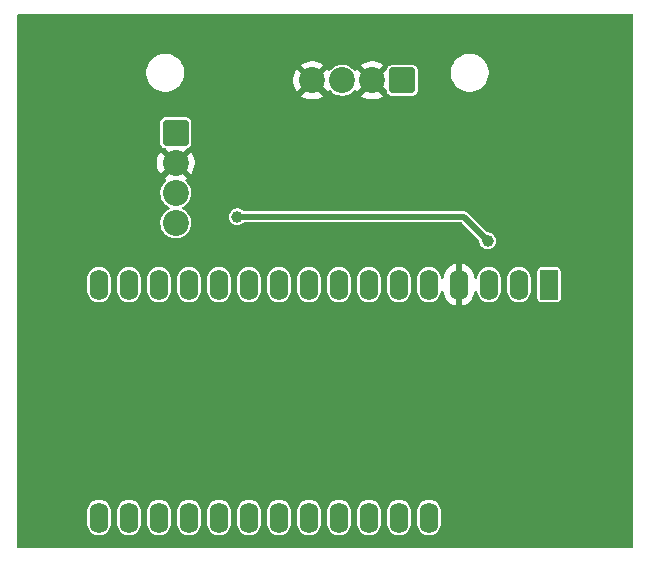
<source format=gbr>
%TF.GenerationSoftware,KiCad,Pcbnew,9.0.3*%
%TF.CreationDate,2025-08-27T20:39:39-07:00*%
%TF.ProjectId,ADC_and_voltage_boost,4144435f-616e-4645-9f76-6f6c74616765,v2.0*%
%TF.SameCoordinates,Original*%
%TF.FileFunction,Copper,L2,Bot*%
%TF.FilePolarity,Positive*%
%FSLAX46Y46*%
G04 Gerber Fmt 4.6, Leading zero omitted, Abs format (unit mm)*
G04 Created by KiCad (PCBNEW 9.0.3) date 2025-08-27 20:39:39*
%MOMM*%
%LPD*%
G01*
G04 APERTURE LIST*
G04 Aperture macros list*
%AMRoundRect*
0 Rectangle with rounded corners*
0 $1 Rounding radius*
0 $2 $3 $4 $5 $6 $7 $8 $9 X,Y pos of 4 corners*
0 Add a 4 corners polygon primitive as box body*
4,1,4,$2,$3,$4,$5,$6,$7,$8,$9,$2,$3,0*
0 Add four circle primitives for the rounded corners*
1,1,$1+$1,$2,$3*
1,1,$1+$1,$4,$5*
1,1,$1+$1,$6,$7*
1,1,$1+$1,$8,$9*
0 Add four rect primitives between the rounded corners*
20,1,$1+$1,$2,$3,$4,$5,0*
20,1,$1+$1,$4,$5,$6,$7,0*
20,1,$1+$1,$6,$7,$8,$9,0*
20,1,$1+$1,$8,$9,$2,$3,0*%
G04 Aperture macros list end*
%TA.AperFunction,ComponentPad*%
%ADD10RoundRect,0.250000X-0.550000X1.050000X-0.550000X-1.050000X0.550000X-1.050000X0.550000X1.050000X0*%
%TD*%
%TA.AperFunction,ComponentPad*%
%ADD11O,1.600000X2.600000*%
%TD*%
%TA.AperFunction,ComponentPad*%
%ADD12RoundRect,0.249999X0.850001X0.850001X-0.850001X0.850001X-0.850001X-0.850001X0.850001X-0.850001X0*%
%TD*%
%TA.AperFunction,ComponentPad*%
%ADD13C,2.200000*%
%TD*%
%TA.AperFunction,ComponentPad*%
%ADD14RoundRect,0.249999X-0.850001X0.850001X-0.850001X-0.850001X0.850001X-0.850001X0.850001X0.850001X0*%
%TD*%
%TA.AperFunction,ViaPad*%
%ADD15C,1.000000*%
%TD*%
%TA.AperFunction,Conductor*%
%ADD16C,0.500000*%
%TD*%
%TA.AperFunction,Conductor*%
%ADD17C,0.200000*%
%TD*%
G04 APERTURE END LIST*
D10*
%TO.P,A1,1,~{RESET}*%
%TO.N,unconnected-(A1-~{RESET}-Pad1)*%
X168000000Y-104800000D03*
D11*
%TO.P,A1,2,3V3*%
%TO.N,+BATT*%
X165460000Y-104800000D03*
%TO.P,A1,3,NC*%
%TO.N,unconnected-(A1-NC-Pad3)*%
X162920000Y-104800000D03*
%TO.P,A1,4,GND*%
%TO.N,GND*%
X160380000Y-104800000D03*
%TO.P,A1,5,DAC2/A0*%
%TO.N,/SSTRB*%
X157840000Y-104800000D03*
%TO.P,A1,6,DAC1/A1*%
%TO.N,/~{CS}*%
X155300000Y-104800000D03*
%TO.P,A1,7,I34/A2*%
%TO.N,unconnected-(A1-I34{slash}A2-Pad7)*%
X152760000Y-104800000D03*
%TO.P,A1,8,I39/A3*%
%TO.N,unconnected-(A1-I39{slash}A3-Pad8)*%
X150220000Y-104800000D03*
%TO.P,A1,9,IO36/A4*%
%TO.N,unconnected-(A1-IO36{slash}A4-Pad9)*%
X147680000Y-104800000D03*
%TO.P,A1,10,IO4/A5*%
%TO.N,unconnected-(A1-IO4{slash}A5-Pad10)*%
X145140000Y-104800000D03*
%TO.P,A1,11,SCK/IO5*%
%TO.N,/SCK*%
X142600000Y-104800000D03*
%TO.P,A1,12,MOSI/IO18*%
%TO.N,/MOSI*%
X140060000Y-104800000D03*
%TO.P,A1,13,MISO/IO19*%
%TO.N,/MISO*%
X137520000Y-104800000D03*
%TO.P,A1,14,RX/IO16*%
%TO.N,unconnected-(A1-RX{slash}IO16-Pad14)*%
X134980000Y-104800000D03*
%TO.P,A1,15,TX/IO17*%
%TO.N,unconnected-(A1-TX{slash}IO17-Pad15)*%
X132440000Y-104800000D03*
%TO.P,A1,16,IO21*%
%TO.N,unconnected-(A1-IO21-Pad16)*%
X129900000Y-104800000D03*
%TO.P,A1,17,SDA/IO23*%
%TO.N,unconnected-(A1-SDA{slash}IO23-Pad17)*%
X129900000Y-124520000D03*
%TO.P,A1,18,SCL/IO22*%
%TO.N,unconnected-(A1-SCL{slash}IO22-Pad18)*%
X132440000Y-124520000D03*
%TO.P,A1,19,A6/IO14*%
%TO.N,Net-(A1-A6{slash}IO14)*%
X134980000Y-124520000D03*
%TO.P,A1,20,A7/IO32*%
%TO.N,unconnected-(A1-A7{slash}IO32-Pad20)*%
X137520000Y-124520000D03*
%TO.P,A1,21,A8/IO15*%
%TO.N,unconnected-(A1-A8{slash}IO15-Pad21)*%
X140060000Y-124520000D03*
%TO.P,A1,22,A9/IO33*%
%TO.N,unconnected-(A1-A9{slash}IO33-Pad22)*%
X142600000Y-124520000D03*
%TO.P,A1,23,A10/IO27*%
%TO.N,unconnected-(A1-A10{slash}IO27-Pad23)*%
X145140000Y-124520000D03*
%TO.P,A1,24,A11/IO12*%
%TO.N,unconnected-(A1-A11{slash}IO12-Pad24)*%
X147680000Y-124520000D03*
%TO.P,A1,25,A12/IO13*%
%TO.N,unconnected-(A1-A12{slash}IO13-Pad25)*%
X150220000Y-124520000D03*
%TO.P,A1,26,USB*%
%TO.N,unconnected-(A1-USB-Pad26)*%
X152760000Y-124520000D03*
%TO.P,A1,27,EN*%
%TO.N,unconnected-(A1-EN-Pad27)*%
X155300000Y-124520000D03*
%TO.P,A1,28,VBAT*%
%TO.N,Net-(A1-A6{slash}IO14)*%
X157840000Y-124520000D03*
%TD*%
D12*
%TO.P,J2,1,Pin_1*%
%TO.N,Net-(J2-Pin_1)*%
X155579000Y-87507000D03*
D13*
%TO.P,J2,2,Pin_2*%
%TO.N,GND*%
X153039000Y-87507000D03*
%TO.P,J2,3,Pin_3*%
%TO.N,Net-(J2-Pin_3)*%
X150499000Y-87507000D03*
%TO.P,J2,4,Pin_4*%
%TO.N,GND*%
X147959000Y-87507000D03*
%TD*%
D14*
%TO.P,J1,1,Pin_1*%
%TO.N,+BATT*%
X136398000Y-91948000D03*
D13*
%TO.P,J1,2,Pin_2*%
%TO.N,GND*%
X136398000Y-94488000D03*
%TO.P,J1,3,Pin_3*%
%TO.N,+5V*%
X136398000Y-97028000D03*
%TO.P,J1,4,Pin_4*%
%TO.N,+BATT*%
X136398000Y-99568000D03*
%TD*%
D15*
%TO.N,+BATT*%
X141605000Y-99060000D03*
X162814000Y-101092000D03*
%TO.N,GND*%
X137922000Y-89154000D03*
X155067000Y-90043000D03*
%TD*%
D16*
%TO.N,+BATT*%
X160782000Y-99060000D02*
X141605000Y-99060000D01*
X162814000Y-101092000D02*
X160782000Y-99060000D01*
D17*
%TO.N,GND*%
X152146000Y-93980000D02*
X152911469Y-93980000D01*
X151892000Y-93980000D02*
X152146000Y-93980000D01*
%TD*%
%TA.AperFunction,Conductor*%
%TO.N,GND*%
G36*
X175083539Y-81927185D02*
G01*
X175129294Y-81979989D01*
X175140500Y-82031500D01*
X175140500Y-127010500D01*
X175120815Y-127077539D01*
X175068011Y-127123294D01*
X175016500Y-127134500D01*
X123052500Y-127134500D01*
X122985461Y-127114815D01*
X122939706Y-127062011D01*
X122928500Y-127010500D01*
X122928500Y-125118543D01*
X128899499Y-125118543D01*
X128937947Y-125311829D01*
X128937950Y-125311839D01*
X129013364Y-125493907D01*
X129013371Y-125493920D01*
X129122860Y-125657781D01*
X129122863Y-125657785D01*
X129262214Y-125797136D01*
X129262218Y-125797139D01*
X129426079Y-125906628D01*
X129426092Y-125906635D01*
X129608160Y-125982049D01*
X129608165Y-125982051D01*
X129608169Y-125982051D01*
X129608170Y-125982052D01*
X129801456Y-126020500D01*
X129801459Y-126020500D01*
X129998543Y-126020500D01*
X130128582Y-125994632D01*
X130191835Y-125982051D01*
X130373914Y-125906632D01*
X130537782Y-125797139D01*
X130677139Y-125657782D01*
X130786632Y-125493914D01*
X130862051Y-125311835D01*
X130900500Y-125118543D01*
X131439499Y-125118543D01*
X131477947Y-125311829D01*
X131477950Y-125311839D01*
X131553364Y-125493907D01*
X131553371Y-125493920D01*
X131662860Y-125657781D01*
X131662863Y-125657785D01*
X131802214Y-125797136D01*
X131802218Y-125797139D01*
X131966079Y-125906628D01*
X131966092Y-125906635D01*
X132148160Y-125982049D01*
X132148165Y-125982051D01*
X132148169Y-125982051D01*
X132148170Y-125982052D01*
X132341456Y-126020500D01*
X132341459Y-126020500D01*
X132538543Y-126020500D01*
X132668582Y-125994632D01*
X132731835Y-125982051D01*
X132913914Y-125906632D01*
X133077782Y-125797139D01*
X133217139Y-125657782D01*
X133326632Y-125493914D01*
X133402051Y-125311835D01*
X133440500Y-125118543D01*
X133979499Y-125118543D01*
X134017947Y-125311829D01*
X134017950Y-125311839D01*
X134093364Y-125493907D01*
X134093371Y-125493920D01*
X134202860Y-125657781D01*
X134202863Y-125657785D01*
X134342214Y-125797136D01*
X134342218Y-125797139D01*
X134506079Y-125906628D01*
X134506092Y-125906635D01*
X134688160Y-125982049D01*
X134688165Y-125982051D01*
X134688169Y-125982051D01*
X134688170Y-125982052D01*
X134881456Y-126020500D01*
X134881459Y-126020500D01*
X135078543Y-126020500D01*
X135208582Y-125994632D01*
X135271835Y-125982051D01*
X135453914Y-125906632D01*
X135617782Y-125797139D01*
X135757139Y-125657782D01*
X135866632Y-125493914D01*
X135942051Y-125311835D01*
X135980500Y-125118543D01*
X136519499Y-125118543D01*
X136557947Y-125311829D01*
X136557950Y-125311839D01*
X136633364Y-125493907D01*
X136633371Y-125493920D01*
X136742860Y-125657781D01*
X136742863Y-125657785D01*
X136882214Y-125797136D01*
X136882218Y-125797139D01*
X137046079Y-125906628D01*
X137046092Y-125906635D01*
X137228160Y-125982049D01*
X137228165Y-125982051D01*
X137228169Y-125982051D01*
X137228170Y-125982052D01*
X137421456Y-126020500D01*
X137421459Y-126020500D01*
X137618543Y-126020500D01*
X137748582Y-125994632D01*
X137811835Y-125982051D01*
X137993914Y-125906632D01*
X138157782Y-125797139D01*
X138297139Y-125657782D01*
X138406632Y-125493914D01*
X138482051Y-125311835D01*
X138520500Y-125118543D01*
X139059499Y-125118543D01*
X139097947Y-125311829D01*
X139097950Y-125311839D01*
X139173364Y-125493907D01*
X139173371Y-125493920D01*
X139282860Y-125657781D01*
X139282863Y-125657785D01*
X139422214Y-125797136D01*
X139422218Y-125797139D01*
X139586079Y-125906628D01*
X139586092Y-125906635D01*
X139768160Y-125982049D01*
X139768165Y-125982051D01*
X139768169Y-125982051D01*
X139768170Y-125982052D01*
X139961456Y-126020500D01*
X139961459Y-126020500D01*
X140158543Y-126020500D01*
X140288582Y-125994632D01*
X140351835Y-125982051D01*
X140533914Y-125906632D01*
X140697782Y-125797139D01*
X140837139Y-125657782D01*
X140946632Y-125493914D01*
X141022051Y-125311835D01*
X141060500Y-125118543D01*
X141599499Y-125118543D01*
X141637947Y-125311829D01*
X141637950Y-125311839D01*
X141713364Y-125493907D01*
X141713371Y-125493920D01*
X141822860Y-125657781D01*
X141822863Y-125657785D01*
X141962214Y-125797136D01*
X141962218Y-125797139D01*
X142126079Y-125906628D01*
X142126092Y-125906635D01*
X142308160Y-125982049D01*
X142308165Y-125982051D01*
X142308169Y-125982051D01*
X142308170Y-125982052D01*
X142501456Y-126020500D01*
X142501459Y-126020500D01*
X142698543Y-126020500D01*
X142828582Y-125994632D01*
X142891835Y-125982051D01*
X143073914Y-125906632D01*
X143237782Y-125797139D01*
X143377139Y-125657782D01*
X143486632Y-125493914D01*
X143562051Y-125311835D01*
X143600500Y-125118543D01*
X144139499Y-125118543D01*
X144177947Y-125311829D01*
X144177950Y-125311839D01*
X144253364Y-125493907D01*
X144253371Y-125493920D01*
X144362860Y-125657781D01*
X144362863Y-125657785D01*
X144502214Y-125797136D01*
X144502218Y-125797139D01*
X144666079Y-125906628D01*
X144666092Y-125906635D01*
X144848160Y-125982049D01*
X144848165Y-125982051D01*
X144848169Y-125982051D01*
X144848170Y-125982052D01*
X145041456Y-126020500D01*
X145041459Y-126020500D01*
X145238543Y-126020500D01*
X145368582Y-125994632D01*
X145431835Y-125982051D01*
X145613914Y-125906632D01*
X145777782Y-125797139D01*
X145917139Y-125657782D01*
X146026632Y-125493914D01*
X146102051Y-125311835D01*
X146140500Y-125118543D01*
X146679499Y-125118543D01*
X146717947Y-125311829D01*
X146717950Y-125311839D01*
X146793364Y-125493907D01*
X146793371Y-125493920D01*
X146902860Y-125657781D01*
X146902863Y-125657785D01*
X147042214Y-125797136D01*
X147042218Y-125797139D01*
X147206079Y-125906628D01*
X147206092Y-125906635D01*
X147388160Y-125982049D01*
X147388165Y-125982051D01*
X147388169Y-125982051D01*
X147388170Y-125982052D01*
X147581456Y-126020500D01*
X147581459Y-126020500D01*
X147778543Y-126020500D01*
X147908582Y-125994632D01*
X147971835Y-125982051D01*
X148153914Y-125906632D01*
X148317782Y-125797139D01*
X148457139Y-125657782D01*
X148566632Y-125493914D01*
X148642051Y-125311835D01*
X148680500Y-125118543D01*
X149219499Y-125118543D01*
X149257947Y-125311829D01*
X149257950Y-125311839D01*
X149333364Y-125493907D01*
X149333371Y-125493920D01*
X149442860Y-125657781D01*
X149442863Y-125657785D01*
X149582214Y-125797136D01*
X149582218Y-125797139D01*
X149746079Y-125906628D01*
X149746092Y-125906635D01*
X149928160Y-125982049D01*
X149928165Y-125982051D01*
X149928169Y-125982051D01*
X149928170Y-125982052D01*
X150121456Y-126020500D01*
X150121459Y-126020500D01*
X150318543Y-126020500D01*
X150448582Y-125994632D01*
X150511835Y-125982051D01*
X150693914Y-125906632D01*
X150857782Y-125797139D01*
X150997139Y-125657782D01*
X151106632Y-125493914D01*
X151182051Y-125311835D01*
X151220500Y-125118543D01*
X151759499Y-125118543D01*
X151797947Y-125311829D01*
X151797950Y-125311839D01*
X151873364Y-125493907D01*
X151873371Y-125493920D01*
X151982860Y-125657781D01*
X151982863Y-125657785D01*
X152122214Y-125797136D01*
X152122218Y-125797139D01*
X152286079Y-125906628D01*
X152286092Y-125906635D01*
X152468160Y-125982049D01*
X152468165Y-125982051D01*
X152468169Y-125982051D01*
X152468170Y-125982052D01*
X152661456Y-126020500D01*
X152661459Y-126020500D01*
X152858543Y-126020500D01*
X152988582Y-125994632D01*
X153051835Y-125982051D01*
X153233914Y-125906632D01*
X153397782Y-125797139D01*
X153537139Y-125657782D01*
X153646632Y-125493914D01*
X153722051Y-125311835D01*
X153760500Y-125118543D01*
X154299499Y-125118543D01*
X154337947Y-125311829D01*
X154337950Y-125311839D01*
X154413364Y-125493907D01*
X154413371Y-125493920D01*
X154522860Y-125657781D01*
X154522863Y-125657785D01*
X154662214Y-125797136D01*
X154662218Y-125797139D01*
X154826079Y-125906628D01*
X154826092Y-125906635D01*
X155008160Y-125982049D01*
X155008165Y-125982051D01*
X155008169Y-125982051D01*
X155008170Y-125982052D01*
X155201456Y-126020500D01*
X155201459Y-126020500D01*
X155398543Y-126020500D01*
X155528582Y-125994632D01*
X155591835Y-125982051D01*
X155773914Y-125906632D01*
X155937782Y-125797139D01*
X156077139Y-125657782D01*
X156186632Y-125493914D01*
X156262051Y-125311835D01*
X156300500Y-125118543D01*
X156839499Y-125118543D01*
X156877947Y-125311829D01*
X156877950Y-125311839D01*
X156953364Y-125493907D01*
X156953371Y-125493920D01*
X157062860Y-125657781D01*
X157062863Y-125657785D01*
X157202214Y-125797136D01*
X157202218Y-125797139D01*
X157366079Y-125906628D01*
X157366092Y-125906635D01*
X157548160Y-125982049D01*
X157548165Y-125982051D01*
X157548169Y-125982051D01*
X157548170Y-125982052D01*
X157741456Y-126020500D01*
X157741459Y-126020500D01*
X157938543Y-126020500D01*
X158068582Y-125994632D01*
X158131835Y-125982051D01*
X158313914Y-125906632D01*
X158477782Y-125797139D01*
X158617139Y-125657782D01*
X158726632Y-125493914D01*
X158802051Y-125311835D01*
X158840500Y-125118541D01*
X158840500Y-123921459D01*
X158840500Y-123921456D01*
X158802052Y-123728170D01*
X158802051Y-123728169D01*
X158802051Y-123728165D01*
X158802049Y-123728160D01*
X158726635Y-123546092D01*
X158726628Y-123546079D01*
X158617139Y-123382218D01*
X158617136Y-123382214D01*
X158477785Y-123242863D01*
X158477781Y-123242860D01*
X158313920Y-123133371D01*
X158313907Y-123133364D01*
X158131839Y-123057950D01*
X158131829Y-123057947D01*
X157938543Y-123019500D01*
X157938541Y-123019500D01*
X157741459Y-123019500D01*
X157741457Y-123019500D01*
X157548170Y-123057947D01*
X157548160Y-123057950D01*
X157366092Y-123133364D01*
X157366079Y-123133371D01*
X157202218Y-123242860D01*
X157202214Y-123242863D01*
X157062863Y-123382214D01*
X157062860Y-123382218D01*
X156953371Y-123546079D01*
X156953364Y-123546092D01*
X156877950Y-123728160D01*
X156877947Y-123728170D01*
X156839500Y-123921456D01*
X156839500Y-123921459D01*
X156839500Y-125118541D01*
X156839500Y-125118543D01*
X156839499Y-125118543D01*
X156300500Y-125118543D01*
X156300500Y-125118541D01*
X156300500Y-123921459D01*
X156300500Y-123921456D01*
X156262052Y-123728170D01*
X156262051Y-123728169D01*
X156262051Y-123728165D01*
X156262049Y-123728160D01*
X156186635Y-123546092D01*
X156186628Y-123546079D01*
X156077139Y-123382218D01*
X156077136Y-123382214D01*
X155937785Y-123242863D01*
X155937781Y-123242860D01*
X155773920Y-123133371D01*
X155773907Y-123133364D01*
X155591839Y-123057950D01*
X155591829Y-123057947D01*
X155398543Y-123019500D01*
X155398541Y-123019500D01*
X155201459Y-123019500D01*
X155201457Y-123019500D01*
X155008170Y-123057947D01*
X155008160Y-123057950D01*
X154826092Y-123133364D01*
X154826079Y-123133371D01*
X154662218Y-123242860D01*
X154662214Y-123242863D01*
X154522863Y-123382214D01*
X154522860Y-123382218D01*
X154413371Y-123546079D01*
X154413364Y-123546092D01*
X154337950Y-123728160D01*
X154337947Y-123728170D01*
X154299500Y-123921456D01*
X154299500Y-123921459D01*
X154299500Y-125118541D01*
X154299500Y-125118543D01*
X154299499Y-125118543D01*
X153760500Y-125118543D01*
X153760500Y-125118541D01*
X153760500Y-123921459D01*
X153760500Y-123921456D01*
X153722052Y-123728170D01*
X153722051Y-123728169D01*
X153722051Y-123728165D01*
X153722049Y-123728160D01*
X153646635Y-123546092D01*
X153646628Y-123546079D01*
X153537139Y-123382218D01*
X153537136Y-123382214D01*
X153397785Y-123242863D01*
X153397781Y-123242860D01*
X153233920Y-123133371D01*
X153233907Y-123133364D01*
X153051839Y-123057950D01*
X153051829Y-123057947D01*
X152858543Y-123019500D01*
X152858541Y-123019500D01*
X152661459Y-123019500D01*
X152661457Y-123019500D01*
X152468170Y-123057947D01*
X152468160Y-123057950D01*
X152286092Y-123133364D01*
X152286079Y-123133371D01*
X152122218Y-123242860D01*
X152122214Y-123242863D01*
X151982863Y-123382214D01*
X151982860Y-123382218D01*
X151873371Y-123546079D01*
X151873364Y-123546092D01*
X151797950Y-123728160D01*
X151797947Y-123728170D01*
X151759500Y-123921456D01*
X151759500Y-123921459D01*
X151759500Y-125118541D01*
X151759500Y-125118543D01*
X151759499Y-125118543D01*
X151220500Y-125118543D01*
X151220500Y-125118541D01*
X151220500Y-123921459D01*
X151220500Y-123921456D01*
X151182052Y-123728170D01*
X151182051Y-123728169D01*
X151182051Y-123728165D01*
X151182049Y-123728160D01*
X151106635Y-123546092D01*
X151106628Y-123546079D01*
X150997139Y-123382218D01*
X150997136Y-123382214D01*
X150857785Y-123242863D01*
X150857781Y-123242860D01*
X150693920Y-123133371D01*
X150693907Y-123133364D01*
X150511839Y-123057950D01*
X150511829Y-123057947D01*
X150318543Y-123019500D01*
X150318541Y-123019500D01*
X150121459Y-123019500D01*
X150121457Y-123019500D01*
X149928170Y-123057947D01*
X149928160Y-123057950D01*
X149746092Y-123133364D01*
X149746079Y-123133371D01*
X149582218Y-123242860D01*
X149582214Y-123242863D01*
X149442863Y-123382214D01*
X149442860Y-123382218D01*
X149333371Y-123546079D01*
X149333364Y-123546092D01*
X149257950Y-123728160D01*
X149257947Y-123728170D01*
X149219500Y-123921456D01*
X149219500Y-123921459D01*
X149219500Y-125118541D01*
X149219500Y-125118543D01*
X149219499Y-125118543D01*
X148680500Y-125118543D01*
X148680500Y-125118541D01*
X148680500Y-123921459D01*
X148680500Y-123921456D01*
X148642052Y-123728170D01*
X148642051Y-123728169D01*
X148642051Y-123728165D01*
X148642049Y-123728160D01*
X148566635Y-123546092D01*
X148566628Y-123546079D01*
X148457139Y-123382218D01*
X148457136Y-123382214D01*
X148317785Y-123242863D01*
X148317781Y-123242860D01*
X148153920Y-123133371D01*
X148153907Y-123133364D01*
X147971839Y-123057950D01*
X147971829Y-123057947D01*
X147778543Y-123019500D01*
X147778541Y-123019500D01*
X147581459Y-123019500D01*
X147581457Y-123019500D01*
X147388170Y-123057947D01*
X147388160Y-123057950D01*
X147206092Y-123133364D01*
X147206079Y-123133371D01*
X147042218Y-123242860D01*
X147042214Y-123242863D01*
X146902863Y-123382214D01*
X146902860Y-123382218D01*
X146793371Y-123546079D01*
X146793364Y-123546092D01*
X146717950Y-123728160D01*
X146717947Y-123728170D01*
X146679500Y-123921456D01*
X146679500Y-123921459D01*
X146679500Y-125118541D01*
X146679500Y-125118543D01*
X146679499Y-125118543D01*
X146140500Y-125118543D01*
X146140500Y-125118541D01*
X146140500Y-123921459D01*
X146140500Y-123921456D01*
X146102052Y-123728170D01*
X146102051Y-123728169D01*
X146102051Y-123728165D01*
X146102049Y-123728160D01*
X146026635Y-123546092D01*
X146026628Y-123546079D01*
X145917139Y-123382218D01*
X145917136Y-123382214D01*
X145777785Y-123242863D01*
X145777781Y-123242860D01*
X145613920Y-123133371D01*
X145613907Y-123133364D01*
X145431839Y-123057950D01*
X145431829Y-123057947D01*
X145238543Y-123019500D01*
X145238541Y-123019500D01*
X145041459Y-123019500D01*
X145041457Y-123019500D01*
X144848170Y-123057947D01*
X144848160Y-123057950D01*
X144666092Y-123133364D01*
X144666079Y-123133371D01*
X144502218Y-123242860D01*
X144502214Y-123242863D01*
X144362863Y-123382214D01*
X144362860Y-123382218D01*
X144253371Y-123546079D01*
X144253364Y-123546092D01*
X144177950Y-123728160D01*
X144177947Y-123728170D01*
X144139500Y-123921456D01*
X144139500Y-123921459D01*
X144139500Y-125118541D01*
X144139500Y-125118543D01*
X144139499Y-125118543D01*
X143600500Y-125118543D01*
X143600500Y-125118541D01*
X143600500Y-123921459D01*
X143600500Y-123921456D01*
X143562052Y-123728170D01*
X143562051Y-123728169D01*
X143562051Y-123728165D01*
X143562049Y-123728160D01*
X143486635Y-123546092D01*
X143486628Y-123546079D01*
X143377139Y-123382218D01*
X143377136Y-123382214D01*
X143237785Y-123242863D01*
X143237781Y-123242860D01*
X143073920Y-123133371D01*
X143073907Y-123133364D01*
X142891839Y-123057950D01*
X142891829Y-123057947D01*
X142698543Y-123019500D01*
X142698541Y-123019500D01*
X142501459Y-123019500D01*
X142501457Y-123019500D01*
X142308170Y-123057947D01*
X142308160Y-123057950D01*
X142126092Y-123133364D01*
X142126079Y-123133371D01*
X141962218Y-123242860D01*
X141962214Y-123242863D01*
X141822863Y-123382214D01*
X141822860Y-123382218D01*
X141713371Y-123546079D01*
X141713364Y-123546092D01*
X141637950Y-123728160D01*
X141637947Y-123728170D01*
X141599500Y-123921456D01*
X141599500Y-123921459D01*
X141599500Y-125118541D01*
X141599500Y-125118543D01*
X141599499Y-125118543D01*
X141060500Y-125118543D01*
X141060500Y-125118541D01*
X141060500Y-123921459D01*
X141060500Y-123921456D01*
X141022052Y-123728170D01*
X141022051Y-123728169D01*
X141022051Y-123728165D01*
X141022049Y-123728160D01*
X140946635Y-123546092D01*
X140946628Y-123546079D01*
X140837139Y-123382218D01*
X140837136Y-123382214D01*
X140697785Y-123242863D01*
X140697781Y-123242860D01*
X140533920Y-123133371D01*
X140533907Y-123133364D01*
X140351839Y-123057950D01*
X140351829Y-123057947D01*
X140158543Y-123019500D01*
X140158541Y-123019500D01*
X139961459Y-123019500D01*
X139961457Y-123019500D01*
X139768170Y-123057947D01*
X139768160Y-123057950D01*
X139586092Y-123133364D01*
X139586079Y-123133371D01*
X139422218Y-123242860D01*
X139422214Y-123242863D01*
X139282863Y-123382214D01*
X139282860Y-123382218D01*
X139173371Y-123546079D01*
X139173364Y-123546092D01*
X139097950Y-123728160D01*
X139097947Y-123728170D01*
X139059500Y-123921456D01*
X139059500Y-123921459D01*
X139059500Y-125118541D01*
X139059500Y-125118543D01*
X139059499Y-125118543D01*
X138520500Y-125118543D01*
X138520500Y-125118541D01*
X138520500Y-123921459D01*
X138520500Y-123921456D01*
X138482052Y-123728170D01*
X138482051Y-123728169D01*
X138482051Y-123728165D01*
X138482049Y-123728160D01*
X138406635Y-123546092D01*
X138406628Y-123546079D01*
X138297139Y-123382218D01*
X138297136Y-123382214D01*
X138157785Y-123242863D01*
X138157781Y-123242860D01*
X137993920Y-123133371D01*
X137993907Y-123133364D01*
X137811839Y-123057950D01*
X137811829Y-123057947D01*
X137618543Y-123019500D01*
X137618541Y-123019500D01*
X137421459Y-123019500D01*
X137421457Y-123019500D01*
X137228170Y-123057947D01*
X137228160Y-123057950D01*
X137046092Y-123133364D01*
X137046079Y-123133371D01*
X136882218Y-123242860D01*
X136882214Y-123242863D01*
X136742863Y-123382214D01*
X136742860Y-123382218D01*
X136633371Y-123546079D01*
X136633364Y-123546092D01*
X136557950Y-123728160D01*
X136557947Y-123728170D01*
X136519500Y-123921456D01*
X136519500Y-123921459D01*
X136519500Y-125118541D01*
X136519500Y-125118543D01*
X136519499Y-125118543D01*
X135980500Y-125118543D01*
X135980500Y-125118541D01*
X135980500Y-123921459D01*
X135980500Y-123921456D01*
X135942052Y-123728170D01*
X135942051Y-123728169D01*
X135942051Y-123728165D01*
X135942049Y-123728160D01*
X135866635Y-123546092D01*
X135866628Y-123546079D01*
X135757139Y-123382218D01*
X135757136Y-123382214D01*
X135617785Y-123242863D01*
X135617781Y-123242860D01*
X135453920Y-123133371D01*
X135453907Y-123133364D01*
X135271839Y-123057950D01*
X135271829Y-123057947D01*
X135078543Y-123019500D01*
X135078541Y-123019500D01*
X134881459Y-123019500D01*
X134881457Y-123019500D01*
X134688170Y-123057947D01*
X134688160Y-123057950D01*
X134506092Y-123133364D01*
X134506079Y-123133371D01*
X134342218Y-123242860D01*
X134342214Y-123242863D01*
X134202863Y-123382214D01*
X134202860Y-123382218D01*
X134093371Y-123546079D01*
X134093364Y-123546092D01*
X134017950Y-123728160D01*
X134017947Y-123728170D01*
X133979500Y-123921456D01*
X133979500Y-123921459D01*
X133979500Y-125118541D01*
X133979500Y-125118543D01*
X133979499Y-125118543D01*
X133440500Y-125118543D01*
X133440500Y-125118541D01*
X133440500Y-123921459D01*
X133440500Y-123921456D01*
X133402052Y-123728170D01*
X133402051Y-123728169D01*
X133402051Y-123728165D01*
X133402049Y-123728160D01*
X133326635Y-123546092D01*
X133326628Y-123546079D01*
X133217139Y-123382218D01*
X133217136Y-123382214D01*
X133077785Y-123242863D01*
X133077781Y-123242860D01*
X132913920Y-123133371D01*
X132913907Y-123133364D01*
X132731839Y-123057950D01*
X132731829Y-123057947D01*
X132538543Y-123019500D01*
X132538541Y-123019500D01*
X132341459Y-123019500D01*
X132341457Y-123019500D01*
X132148170Y-123057947D01*
X132148160Y-123057950D01*
X131966092Y-123133364D01*
X131966079Y-123133371D01*
X131802218Y-123242860D01*
X131802214Y-123242863D01*
X131662863Y-123382214D01*
X131662860Y-123382218D01*
X131553371Y-123546079D01*
X131553364Y-123546092D01*
X131477950Y-123728160D01*
X131477947Y-123728170D01*
X131439500Y-123921456D01*
X131439500Y-123921459D01*
X131439500Y-125118541D01*
X131439500Y-125118543D01*
X131439499Y-125118543D01*
X130900500Y-125118543D01*
X130900500Y-125118541D01*
X130900500Y-123921459D01*
X130900500Y-123921456D01*
X130862052Y-123728170D01*
X130862051Y-123728169D01*
X130862051Y-123728165D01*
X130862049Y-123728160D01*
X130786635Y-123546092D01*
X130786628Y-123546079D01*
X130677139Y-123382218D01*
X130677136Y-123382214D01*
X130537785Y-123242863D01*
X130537781Y-123242860D01*
X130373920Y-123133371D01*
X130373907Y-123133364D01*
X130191839Y-123057950D01*
X130191829Y-123057947D01*
X129998543Y-123019500D01*
X129998541Y-123019500D01*
X129801459Y-123019500D01*
X129801457Y-123019500D01*
X129608170Y-123057947D01*
X129608160Y-123057950D01*
X129426092Y-123133364D01*
X129426079Y-123133371D01*
X129262218Y-123242860D01*
X129262214Y-123242863D01*
X129122863Y-123382214D01*
X129122860Y-123382218D01*
X129013371Y-123546079D01*
X129013364Y-123546092D01*
X128937950Y-123728160D01*
X128937947Y-123728170D01*
X128899500Y-123921456D01*
X128899500Y-123921459D01*
X128899500Y-125118541D01*
X128899500Y-125118543D01*
X128899499Y-125118543D01*
X122928500Y-125118543D01*
X122928500Y-105398543D01*
X128899499Y-105398543D01*
X128937947Y-105591829D01*
X128937950Y-105591839D01*
X129013364Y-105773907D01*
X129013371Y-105773920D01*
X129122860Y-105937781D01*
X129122863Y-105937785D01*
X129262214Y-106077136D01*
X129262218Y-106077139D01*
X129426079Y-106186628D01*
X129426092Y-106186635D01*
X129585814Y-106252793D01*
X129608165Y-106262051D01*
X129608169Y-106262051D01*
X129608170Y-106262052D01*
X129801456Y-106300500D01*
X129801459Y-106300500D01*
X129998543Y-106300500D01*
X130128582Y-106274632D01*
X130191835Y-106262051D01*
X130373914Y-106186632D01*
X130537782Y-106077139D01*
X130677139Y-105937782D01*
X130786632Y-105773914D01*
X130862051Y-105591835D01*
X130898034Y-105410938D01*
X130900500Y-105398543D01*
X131439499Y-105398543D01*
X131477947Y-105591829D01*
X131477950Y-105591839D01*
X131553364Y-105773907D01*
X131553371Y-105773920D01*
X131662860Y-105937781D01*
X131662863Y-105937785D01*
X131802214Y-106077136D01*
X131802218Y-106077139D01*
X131966079Y-106186628D01*
X131966092Y-106186635D01*
X132125814Y-106252793D01*
X132148165Y-106262051D01*
X132148169Y-106262051D01*
X132148170Y-106262052D01*
X132341456Y-106300500D01*
X132341459Y-106300500D01*
X132538543Y-106300500D01*
X132668582Y-106274632D01*
X132731835Y-106262051D01*
X132913914Y-106186632D01*
X133077782Y-106077139D01*
X133217139Y-105937782D01*
X133326632Y-105773914D01*
X133402051Y-105591835D01*
X133438034Y-105410938D01*
X133440500Y-105398543D01*
X133979499Y-105398543D01*
X134017947Y-105591829D01*
X134017950Y-105591839D01*
X134093364Y-105773907D01*
X134093371Y-105773920D01*
X134202860Y-105937781D01*
X134202863Y-105937785D01*
X134342214Y-106077136D01*
X134342218Y-106077139D01*
X134506079Y-106186628D01*
X134506092Y-106186635D01*
X134665814Y-106252793D01*
X134688165Y-106262051D01*
X134688169Y-106262051D01*
X134688170Y-106262052D01*
X134881456Y-106300500D01*
X134881459Y-106300500D01*
X135078543Y-106300500D01*
X135208582Y-106274632D01*
X135271835Y-106262051D01*
X135453914Y-106186632D01*
X135617782Y-106077139D01*
X135757139Y-105937782D01*
X135866632Y-105773914D01*
X135942051Y-105591835D01*
X135978034Y-105410938D01*
X135980500Y-105398543D01*
X136519499Y-105398543D01*
X136557947Y-105591829D01*
X136557950Y-105591839D01*
X136633364Y-105773907D01*
X136633371Y-105773920D01*
X136742860Y-105937781D01*
X136742863Y-105937785D01*
X136882214Y-106077136D01*
X136882218Y-106077139D01*
X137046079Y-106186628D01*
X137046092Y-106186635D01*
X137205814Y-106252793D01*
X137228165Y-106262051D01*
X137228169Y-106262051D01*
X137228170Y-106262052D01*
X137421456Y-106300500D01*
X137421459Y-106300500D01*
X137618543Y-106300500D01*
X137748582Y-106274632D01*
X137811835Y-106262051D01*
X137993914Y-106186632D01*
X138157782Y-106077139D01*
X138297139Y-105937782D01*
X138406632Y-105773914D01*
X138482051Y-105591835D01*
X138518034Y-105410938D01*
X138520500Y-105398543D01*
X139059499Y-105398543D01*
X139097947Y-105591829D01*
X139097950Y-105591839D01*
X139173364Y-105773907D01*
X139173371Y-105773920D01*
X139282860Y-105937781D01*
X139282863Y-105937785D01*
X139422214Y-106077136D01*
X139422218Y-106077139D01*
X139586079Y-106186628D01*
X139586092Y-106186635D01*
X139745814Y-106252793D01*
X139768165Y-106262051D01*
X139768169Y-106262051D01*
X139768170Y-106262052D01*
X139961456Y-106300500D01*
X139961459Y-106300500D01*
X140158543Y-106300500D01*
X140288582Y-106274632D01*
X140351835Y-106262051D01*
X140533914Y-106186632D01*
X140697782Y-106077139D01*
X140837139Y-105937782D01*
X140946632Y-105773914D01*
X141022051Y-105591835D01*
X141058034Y-105410938D01*
X141060500Y-105398543D01*
X141599499Y-105398543D01*
X141637947Y-105591829D01*
X141637950Y-105591839D01*
X141713364Y-105773907D01*
X141713371Y-105773920D01*
X141822860Y-105937781D01*
X141822863Y-105937785D01*
X141962214Y-106077136D01*
X141962218Y-106077139D01*
X142126079Y-106186628D01*
X142126092Y-106186635D01*
X142285814Y-106252793D01*
X142308165Y-106262051D01*
X142308169Y-106262051D01*
X142308170Y-106262052D01*
X142501456Y-106300500D01*
X142501459Y-106300500D01*
X142698543Y-106300500D01*
X142828582Y-106274632D01*
X142891835Y-106262051D01*
X143073914Y-106186632D01*
X143237782Y-106077139D01*
X143377139Y-105937782D01*
X143486632Y-105773914D01*
X143562051Y-105591835D01*
X143598034Y-105410938D01*
X143600500Y-105398543D01*
X144139499Y-105398543D01*
X144177947Y-105591829D01*
X144177950Y-105591839D01*
X144253364Y-105773907D01*
X144253371Y-105773920D01*
X144362860Y-105937781D01*
X144362863Y-105937785D01*
X144502214Y-106077136D01*
X144502218Y-106077139D01*
X144666079Y-106186628D01*
X144666092Y-106186635D01*
X144825814Y-106252793D01*
X144848165Y-106262051D01*
X144848169Y-106262051D01*
X144848170Y-106262052D01*
X145041456Y-106300500D01*
X145041459Y-106300500D01*
X145238543Y-106300500D01*
X145368582Y-106274632D01*
X145431835Y-106262051D01*
X145613914Y-106186632D01*
X145777782Y-106077139D01*
X145917139Y-105937782D01*
X146026632Y-105773914D01*
X146102051Y-105591835D01*
X146138034Y-105410938D01*
X146140500Y-105398543D01*
X146679499Y-105398543D01*
X146717947Y-105591829D01*
X146717950Y-105591839D01*
X146793364Y-105773907D01*
X146793371Y-105773920D01*
X146902860Y-105937781D01*
X146902863Y-105937785D01*
X147042214Y-106077136D01*
X147042218Y-106077139D01*
X147206079Y-106186628D01*
X147206092Y-106186635D01*
X147365814Y-106252793D01*
X147388165Y-106262051D01*
X147388169Y-106262051D01*
X147388170Y-106262052D01*
X147581456Y-106300500D01*
X147581459Y-106300500D01*
X147778543Y-106300500D01*
X147908582Y-106274632D01*
X147971835Y-106262051D01*
X148153914Y-106186632D01*
X148317782Y-106077139D01*
X148457139Y-105937782D01*
X148566632Y-105773914D01*
X148642051Y-105591835D01*
X148678034Y-105410938D01*
X148680500Y-105398543D01*
X149219499Y-105398543D01*
X149257947Y-105591829D01*
X149257950Y-105591839D01*
X149333364Y-105773907D01*
X149333371Y-105773920D01*
X149442860Y-105937781D01*
X149442863Y-105937785D01*
X149582214Y-106077136D01*
X149582218Y-106077139D01*
X149746079Y-106186628D01*
X149746092Y-106186635D01*
X149905814Y-106252793D01*
X149928165Y-106262051D01*
X149928169Y-106262051D01*
X149928170Y-106262052D01*
X150121456Y-106300500D01*
X150121459Y-106300500D01*
X150318543Y-106300500D01*
X150448582Y-106274632D01*
X150511835Y-106262051D01*
X150693914Y-106186632D01*
X150857782Y-106077139D01*
X150997139Y-105937782D01*
X151106632Y-105773914D01*
X151182051Y-105591835D01*
X151218034Y-105410938D01*
X151220500Y-105398543D01*
X151759499Y-105398543D01*
X151797947Y-105591829D01*
X151797950Y-105591839D01*
X151873364Y-105773907D01*
X151873371Y-105773920D01*
X151982860Y-105937781D01*
X151982863Y-105937785D01*
X152122214Y-106077136D01*
X152122218Y-106077139D01*
X152286079Y-106186628D01*
X152286092Y-106186635D01*
X152445814Y-106252793D01*
X152468165Y-106262051D01*
X152468169Y-106262051D01*
X152468170Y-106262052D01*
X152661456Y-106300500D01*
X152661459Y-106300500D01*
X152858543Y-106300500D01*
X152988582Y-106274632D01*
X153051835Y-106262051D01*
X153233914Y-106186632D01*
X153397782Y-106077139D01*
X153537139Y-105937782D01*
X153646632Y-105773914D01*
X153722051Y-105591835D01*
X153758034Y-105410938D01*
X153760500Y-105398543D01*
X154299499Y-105398543D01*
X154337947Y-105591829D01*
X154337950Y-105591839D01*
X154413364Y-105773907D01*
X154413371Y-105773920D01*
X154522860Y-105937781D01*
X154522863Y-105937785D01*
X154662214Y-106077136D01*
X154662218Y-106077139D01*
X154826079Y-106186628D01*
X154826092Y-106186635D01*
X154985814Y-106252793D01*
X155008165Y-106262051D01*
X155008169Y-106262051D01*
X155008170Y-106262052D01*
X155201456Y-106300500D01*
X155201459Y-106300500D01*
X155398543Y-106300500D01*
X155528582Y-106274632D01*
X155591835Y-106262051D01*
X155773914Y-106186632D01*
X155937782Y-106077139D01*
X156077139Y-105937782D01*
X156186632Y-105773914D01*
X156262051Y-105591835D01*
X156298034Y-105410938D01*
X156300500Y-105398543D01*
X156839499Y-105398543D01*
X156877947Y-105591829D01*
X156877950Y-105591839D01*
X156953364Y-105773907D01*
X156953371Y-105773920D01*
X157062860Y-105937781D01*
X157062863Y-105937785D01*
X157202214Y-106077136D01*
X157202218Y-106077139D01*
X157366079Y-106186628D01*
X157366092Y-106186635D01*
X157525814Y-106252793D01*
X157548165Y-106262051D01*
X157548169Y-106262051D01*
X157548170Y-106262052D01*
X157741456Y-106300500D01*
X157741459Y-106300500D01*
X157938543Y-106300500D01*
X158068582Y-106274632D01*
X158131835Y-106262051D01*
X158313914Y-106186632D01*
X158477782Y-106077139D01*
X158617139Y-105937782D01*
X158726632Y-105773914D01*
X158802051Y-105591835D01*
X158838034Y-105410937D01*
X158870419Y-105349027D01*
X158931134Y-105314453D01*
X159000904Y-105318192D01*
X159057576Y-105359059D01*
X159082124Y-105415731D01*
X159112009Y-105604417D01*
X159175244Y-105799031D01*
X159268140Y-105981349D01*
X159388417Y-106146894D01*
X159388417Y-106146895D01*
X159533104Y-106291582D01*
X159698650Y-106411859D01*
X159880968Y-106504754D01*
X160075578Y-106567988D01*
X160130000Y-106576607D01*
X160130000Y-104933012D01*
X160187007Y-104965925D01*
X160314174Y-105000000D01*
X160445826Y-105000000D01*
X160572993Y-104965925D01*
X160630000Y-104933012D01*
X160630000Y-106576606D01*
X160684421Y-106567988D01*
X160879031Y-106504754D01*
X161061349Y-106411859D01*
X161226894Y-106291582D01*
X161226895Y-106291582D01*
X161371582Y-106146895D01*
X161371582Y-106146894D01*
X161491859Y-105981349D01*
X161584755Y-105799031D01*
X161647990Y-105604417D01*
X161677875Y-105415731D01*
X161707804Y-105352596D01*
X161767116Y-105315665D01*
X161836978Y-105316663D01*
X161895211Y-105355273D01*
X161921965Y-105410937D01*
X161957947Y-105591829D01*
X161957950Y-105591839D01*
X162033364Y-105773907D01*
X162033371Y-105773920D01*
X162142860Y-105937781D01*
X162142863Y-105937785D01*
X162282214Y-106077136D01*
X162282218Y-106077139D01*
X162446079Y-106186628D01*
X162446092Y-106186635D01*
X162605814Y-106252793D01*
X162628165Y-106262051D01*
X162628169Y-106262051D01*
X162628170Y-106262052D01*
X162821456Y-106300500D01*
X162821459Y-106300500D01*
X163018543Y-106300500D01*
X163148582Y-106274632D01*
X163211835Y-106262051D01*
X163393914Y-106186632D01*
X163557782Y-106077139D01*
X163697139Y-105937782D01*
X163806632Y-105773914D01*
X163882051Y-105591835D01*
X163918034Y-105410938D01*
X163920500Y-105398543D01*
X164459499Y-105398543D01*
X164497947Y-105591829D01*
X164497950Y-105591839D01*
X164573364Y-105773907D01*
X164573371Y-105773920D01*
X164682860Y-105937781D01*
X164682863Y-105937785D01*
X164822214Y-106077136D01*
X164822218Y-106077139D01*
X164986079Y-106186628D01*
X164986092Y-106186635D01*
X165145814Y-106252793D01*
X165168165Y-106262051D01*
X165168169Y-106262051D01*
X165168170Y-106262052D01*
X165361456Y-106300500D01*
X165361459Y-106300500D01*
X165558543Y-106300500D01*
X165688582Y-106274632D01*
X165751835Y-106262051D01*
X165933914Y-106186632D01*
X166097782Y-106077139D01*
X166237139Y-105937782D01*
X166346632Y-105773914D01*
X166422051Y-105591835D01*
X166458034Y-105410938D01*
X166460500Y-105398543D01*
X166460500Y-104201456D01*
X166422052Y-104008170D01*
X166422051Y-104008169D01*
X166422051Y-104008165D01*
X166416839Y-103995581D01*
X166346635Y-103826092D01*
X166346625Y-103826074D01*
X166303630Y-103761727D01*
X166303629Y-103761726D01*
X166259531Y-103695730D01*
X166999500Y-103695730D01*
X166999500Y-105904269D01*
X167002353Y-105934699D01*
X167002353Y-105934701D01*
X167047206Y-106062880D01*
X167047207Y-106062882D01*
X167127850Y-106172150D01*
X167237118Y-106252793D01*
X167263576Y-106262051D01*
X167365299Y-106297646D01*
X167395730Y-106300500D01*
X167395734Y-106300500D01*
X168604270Y-106300500D01*
X168634699Y-106297646D01*
X168634701Y-106297646D01*
X168698790Y-106275219D01*
X168762882Y-106252793D01*
X168872150Y-106172150D01*
X168952793Y-106062882D01*
X168981323Y-105981349D01*
X168997646Y-105934701D01*
X168997646Y-105934699D01*
X169000500Y-105904269D01*
X169000500Y-103695730D01*
X168997646Y-103665300D01*
X168997646Y-103665298D01*
X168952793Y-103537119D01*
X168952792Y-103537117D01*
X168942270Y-103522860D01*
X168872150Y-103427850D01*
X168762882Y-103347207D01*
X168762880Y-103347206D01*
X168634700Y-103302353D01*
X168604270Y-103299500D01*
X168604266Y-103299500D01*
X167395734Y-103299500D01*
X167395730Y-103299500D01*
X167365300Y-103302353D01*
X167365298Y-103302353D01*
X167237119Y-103347206D01*
X167237117Y-103347207D01*
X167127850Y-103427850D01*
X167047207Y-103537117D01*
X167047206Y-103537119D01*
X167002353Y-103665298D01*
X167002353Y-103665300D01*
X166999500Y-103695730D01*
X166259531Y-103695730D01*
X166237139Y-103662218D01*
X166237136Y-103662214D01*
X166097785Y-103522863D01*
X166097781Y-103522860D01*
X165933920Y-103413371D01*
X165933907Y-103413364D01*
X165751839Y-103337950D01*
X165751829Y-103337947D01*
X165558543Y-103299500D01*
X165558541Y-103299500D01*
X165361459Y-103299500D01*
X165361457Y-103299500D01*
X165168170Y-103337947D01*
X165168160Y-103337950D01*
X164986092Y-103413364D01*
X164986079Y-103413371D01*
X164822218Y-103522860D01*
X164822214Y-103522863D01*
X164682863Y-103662214D01*
X164682860Y-103662218D01*
X164573371Y-103826079D01*
X164573364Y-103826092D01*
X164497950Y-104008160D01*
X164497947Y-104008170D01*
X164459500Y-104201456D01*
X164459500Y-104201459D01*
X164459500Y-105398541D01*
X164459500Y-105398543D01*
X164459499Y-105398543D01*
X163920500Y-105398543D01*
X163920500Y-104201456D01*
X163882052Y-104008170D01*
X163882051Y-104008169D01*
X163882051Y-104008165D01*
X163876839Y-103995581D01*
X163806635Y-103826092D01*
X163806628Y-103826079D01*
X163697139Y-103662218D01*
X163697136Y-103662214D01*
X163557785Y-103522863D01*
X163557781Y-103522860D01*
X163393920Y-103413371D01*
X163393907Y-103413364D01*
X163211839Y-103337950D01*
X163211829Y-103337947D01*
X163018543Y-103299500D01*
X163018541Y-103299500D01*
X162821459Y-103299500D01*
X162821457Y-103299500D01*
X162628170Y-103337947D01*
X162628160Y-103337950D01*
X162446092Y-103413364D01*
X162446079Y-103413371D01*
X162282218Y-103522860D01*
X162282214Y-103522863D01*
X162142863Y-103662214D01*
X162142860Y-103662218D01*
X162033371Y-103826079D01*
X162033364Y-103826092D01*
X161957950Y-104008160D01*
X161957947Y-104008170D01*
X161921965Y-104189062D01*
X161889580Y-104250973D01*
X161828864Y-104285547D01*
X161759094Y-104281806D01*
X161702423Y-104240940D01*
X161677875Y-104184268D01*
X161647990Y-103995582D01*
X161584755Y-103800968D01*
X161491859Y-103618650D01*
X161371582Y-103453105D01*
X161371582Y-103453104D01*
X161226895Y-103308417D01*
X161061349Y-103188140D01*
X160879029Y-103095244D01*
X160684413Y-103032009D01*
X160630000Y-103023390D01*
X160630000Y-104066988D01*
X160572993Y-104034075D01*
X160445826Y-104000000D01*
X160314174Y-104000000D01*
X160187007Y-104034075D01*
X160130000Y-104066988D01*
X160130000Y-103023390D01*
X160075586Y-103032009D01*
X159880970Y-103095244D01*
X159698650Y-103188140D01*
X159533105Y-103308417D01*
X159533104Y-103308417D01*
X159388417Y-103453104D01*
X159388417Y-103453105D01*
X159268140Y-103618650D01*
X159175244Y-103800968D01*
X159112010Y-103995581D01*
X159082124Y-104184269D01*
X159052194Y-104247403D01*
X158992883Y-104284334D01*
X158923020Y-104283336D01*
X158864788Y-104244726D01*
X158838034Y-104189061D01*
X158802052Y-104008172D01*
X158802052Y-104008170D01*
X158802051Y-104008165D01*
X158796839Y-103995581D01*
X158726635Y-103826092D01*
X158726628Y-103826079D01*
X158617139Y-103662218D01*
X158617136Y-103662214D01*
X158477785Y-103522863D01*
X158477781Y-103522860D01*
X158313920Y-103413371D01*
X158313907Y-103413364D01*
X158131839Y-103337950D01*
X158131829Y-103337947D01*
X157938543Y-103299500D01*
X157938541Y-103299500D01*
X157741459Y-103299500D01*
X157741457Y-103299500D01*
X157548170Y-103337947D01*
X157548160Y-103337950D01*
X157366092Y-103413364D01*
X157366079Y-103413371D01*
X157202218Y-103522860D01*
X157202214Y-103522863D01*
X157062863Y-103662214D01*
X157062860Y-103662218D01*
X156953371Y-103826079D01*
X156953364Y-103826092D01*
X156877950Y-104008160D01*
X156877947Y-104008170D01*
X156839500Y-104201456D01*
X156839500Y-104201459D01*
X156839500Y-105398541D01*
X156839500Y-105398543D01*
X156839499Y-105398543D01*
X156300500Y-105398543D01*
X156300500Y-104201456D01*
X156262052Y-104008170D01*
X156262051Y-104008169D01*
X156262051Y-104008165D01*
X156256839Y-103995581D01*
X156186635Y-103826092D01*
X156186628Y-103826079D01*
X156077139Y-103662218D01*
X156077136Y-103662214D01*
X155937785Y-103522863D01*
X155937781Y-103522860D01*
X155773920Y-103413371D01*
X155773907Y-103413364D01*
X155591839Y-103337950D01*
X155591829Y-103337947D01*
X155398543Y-103299500D01*
X155398541Y-103299500D01*
X155201459Y-103299500D01*
X155201457Y-103299500D01*
X155008170Y-103337947D01*
X155008160Y-103337950D01*
X154826092Y-103413364D01*
X154826079Y-103413371D01*
X154662218Y-103522860D01*
X154662214Y-103522863D01*
X154522863Y-103662214D01*
X154522860Y-103662218D01*
X154413371Y-103826079D01*
X154413364Y-103826092D01*
X154337950Y-104008160D01*
X154337947Y-104008170D01*
X154299500Y-104201456D01*
X154299500Y-104201459D01*
X154299500Y-105398541D01*
X154299500Y-105398543D01*
X154299499Y-105398543D01*
X153760500Y-105398543D01*
X153760500Y-104201456D01*
X153722052Y-104008170D01*
X153722051Y-104008169D01*
X153722051Y-104008165D01*
X153716839Y-103995581D01*
X153646635Y-103826092D01*
X153646628Y-103826079D01*
X153537139Y-103662218D01*
X153537136Y-103662214D01*
X153397785Y-103522863D01*
X153397781Y-103522860D01*
X153233920Y-103413371D01*
X153233907Y-103413364D01*
X153051839Y-103337950D01*
X153051829Y-103337947D01*
X152858543Y-103299500D01*
X152858541Y-103299500D01*
X152661459Y-103299500D01*
X152661457Y-103299500D01*
X152468170Y-103337947D01*
X152468160Y-103337950D01*
X152286092Y-103413364D01*
X152286079Y-103413371D01*
X152122218Y-103522860D01*
X152122214Y-103522863D01*
X151982863Y-103662214D01*
X151982860Y-103662218D01*
X151873371Y-103826079D01*
X151873364Y-103826092D01*
X151797950Y-104008160D01*
X151797947Y-104008170D01*
X151759500Y-104201456D01*
X151759500Y-104201459D01*
X151759500Y-105398541D01*
X151759500Y-105398543D01*
X151759499Y-105398543D01*
X151220500Y-105398543D01*
X151220500Y-104201456D01*
X151182052Y-104008170D01*
X151182051Y-104008169D01*
X151182051Y-104008165D01*
X151176839Y-103995581D01*
X151106635Y-103826092D01*
X151106628Y-103826079D01*
X150997139Y-103662218D01*
X150997136Y-103662214D01*
X150857785Y-103522863D01*
X150857781Y-103522860D01*
X150693920Y-103413371D01*
X150693907Y-103413364D01*
X150511839Y-103337950D01*
X150511829Y-103337947D01*
X150318543Y-103299500D01*
X150318541Y-103299500D01*
X150121459Y-103299500D01*
X150121457Y-103299500D01*
X149928170Y-103337947D01*
X149928160Y-103337950D01*
X149746092Y-103413364D01*
X149746079Y-103413371D01*
X149582218Y-103522860D01*
X149582214Y-103522863D01*
X149442863Y-103662214D01*
X149442860Y-103662218D01*
X149333371Y-103826079D01*
X149333364Y-103826092D01*
X149257950Y-104008160D01*
X149257947Y-104008170D01*
X149219500Y-104201456D01*
X149219500Y-104201459D01*
X149219500Y-105398541D01*
X149219500Y-105398543D01*
X149219499Y-105398543D01*
X148680500Y-105398543D01*
X148680500Y-104201456D01*
X148642052Y-104008170D01*
X148642051Y-104008169D01*
X148642051Y-104008165D01*
X148636839Y-103995581D01*
X148566635Y-103826092D01*
X148566628Y-103826079D01*
X148457139Y-103662218D01*
X148457136Y-103662214D01*
X148317785Y-103522863D01*
X148317781Y-103522860D01*
X148153920Y-103413371D01*
X148153907Y-103413364D01*
X147971839Y-103337950D01*
X147971829Y-103337947D01*
X147778543Y-103299500D01*
X147778541Y-103299500D01*
X147581459Y-103299500D01*
X147581457Y-103299500D01*
X147388170Y-103337947D01*
X147388160Y-103337950D01*
X147206092Y-103413364D01*
X147206079Y-103413371D01*
X147042218Y-103522860D01*
X147042214Y-103522863D01*
X146902863Y-103662214D01*
X146902860Y-103662218D01*
X146793371Y-103826079D01*
X146793364Y-103826092D01*
X146717950Y-104008160D01*
X146717947Y-104008170D01*
X146679500Y-104201456D01*
X146679500Y-104201459D01*
X146679500Y-105398541D01*
X146679500Y-105398543D01*
X146679499Y-105398543D01*
X146140500Y-105398543D01*
X146140500Y-104201456D01*
X146102052Y-104008170D01*
X146102051Y-104008169D01*
X146102051Y-104008165D01*
X146096839Y-103995581D01*
X146026635Y-103826092D01*
X146026628Y-103826079D01*
X145917139Y-103662218D01*
X145917136Y-103662214D01*
X145777785Y-103522863D01*
X145777781Y-103522860D01*
X145613920Y-103413371D01*
X145613907Y-103413364D01*
X145431839Y-103337950D01*
X145431829Y-103337947D01*
X145238543Y-103299500D01*
X145238541Y-103299500D01*
X145041459Y-103299500D01*
X145041457Y-103299500D01*
X144848170Y-103337947D01*
X144848160Y-103337950D01*
X144666092Y-103413364D01*
X144666079Y-103413371D01*
X144502218Y-103522860D01*
X144502214Y-103522863D01*
X144362863Y-103662214D01*
X144362860Y-103662218D01*
X144253371Y-103826079D01*
X144253364Y-103826092D01*
X144177950Y-104008160D01*
X144177947Y-104008170D01*
X144139500Y-104201456D01*
X144139500Y-104201459D01*
X144139500Y-105398541D01*
X144139500Y-105398543D01*
X144139499Y-105398543D01*
X143600500Y-105398543D01*
X143600500Y-104201456D01*
X143562052Y-104008170D01*
X143562051Y-104008169D01*
X143562051Y-104008165D01*
X143556839Y-103995581D01*
X143486635Y-103826092D01*
X143486628Y-103826079D01*
X143377139Y-103662218D01*
X143377136Y-103662214D01*
X143237785Y-103522863D01*
X143237781Y-103522860D01*
X143073920Y-103413371D01*
X143073907Y-103413364D01*
X142891839Y-103337950D01*
X142891829Y-103337947D01*
X142698543Y-103299500D01*
X142698541Y-103299500D01*
X142501459Y-103299500D01*
X142501457Y-103299500D01*
X142308170Y-103337947D01*
X142308160Y-103337950D01*
X142126092Y-103413364D01*
X142126079Y-103413371D01*
X141962218Y-103522860D01*
X141962214Y-103522863D01*
X141822863Y-103662214D01*
X141822860Y-103662218D01*
X141713371Y-103826079D01*
X141713364Y-103826092D01*
X141637950Y-104008160D01*
X141637947Y-104008170D01*
X141599500Y-104201456D01*
X141599500Y-104201459D01*
X141599500Y-105398541D01*
X141599500Y-105398543D01*
X141599499Y-105398543D01*
X141060500Y-105398543D01*
X141060500Y-104201456D01*
X141022052Y-104008170D01*
X141022051Y-104008169D01*
X141022051Y-104008165D01*
X141016839Y-103995581D01*
X140946635Y-103826092D01*
X140946628Y-103826079D01*
X140837139Y-103662218D01*
X140837136Y-103662214D01*
X140697785Y-103522863D01*
X140697781Y-103522860D01*
X140533920Y-103413371D01*
X140533907Y-103413364D01*
X140351839Y-103337950D01*
X140351829Y-103337947D01*
X140158543Y-103299500D01*
X140158541Y-103299500D01*
X139961459Y-103299500D01*
X139961457Y-103299500D01*
X139768170Y-103337947D01*
X139768160Y-103337950D01*
X139586092Y-103413364D01*
X139586079Y-103413371D01*
X139422218Y-103522860D01*
X139422214Y-103522863D01*
X139282863Y-103662214D01*
X139282860Y-103662218D01*
X139173371Y-103826079D01*
X139173364Y-103826092D01*
X139097950Y-104008160D01*
X139097947Y-104008170D01*
X139059500Y-104201456D01*
X139059500Y-104201459D01*
X139059500Y-105398541D01*
X139059500Y-105398543D01*
X139059499Y-105398543D01*
X138520500Y-105398543D01*
X138520500Y-104201456D01*
X138482052Y-104008170D01*
X138482051Y-104008169D01*
X138482051Y-104008165D01*
X138476839Y-103995581D01*
X138406635Y-103826092D01*
X138406628Y-103826079D01*
X138297139Y-103662218D01*
X138297136Y-103662214D01*
X138157785Y-103522863D01*
X138157781Y-103522860D01*
X137993920Y-103413371D01*
X137993907Y-103413364D01*
X137811839Y-103337950D01*
X137811829Y-103337947D01*
X137618543Y-103299500D01*
X137618541Y-103299500D01*
X137421459Y-103299500D01*
X137421457Y-103299500D01*
X137228170Y-103337947D01*
X137228160Y-103337950D01*
X137046092Y-103413364D01*
X137046079Y-103413371D01*
X136882218Y-103522860D01*
X136882214Y-103522863D01*
X136742863Y-103662214D01*
X136742860Y-103662218D01*
X136633371Y-103826079D01*
X136633364Y-103826092D01*
X136557950Y-104008160D01*
X136557947Y-104008170D01*
X136519500Y-104201456D01*
X136519500Y-104201459D01*
X136519500Y-105398541D01*
X136519500Y-105398543D01*
X136519499Y-105398543D01*
X135980500Y-105398543D01*
X135980500Y-104201456D01*
X135942052Y-104008170D01*
X135942051Y-104008169D01*
X135942051Y-104008165D01*
X135936839Y-103995581D01*
X135866635Y-103826092D01*
X135866628Y-103826079D01*
X135757139Y-103662218D01*
X135757136Y-103662214D01*
X135617785Y-103522863D01*
X135617781Y-103522860D01*
X135453920Y-103413371D01*
X135453907Y-103413364D01*
X135271839Y-103337950D01*
X135271829Y-103337947D01*
X135078543Y-103299500D01*
X135078541Y-103299500D01*
X134881459Y-103299500D01*
X134881457Y-103299500D01*
X134688170Y-103337947D01*
X134688160Y-103337950D01*
X134506092Y-103413364D01*
X134506079Y-103413371D01*
X134342218Y-103522860D01*
X134342214Y-103522863D01*
X134202863Y-103662214D01*
X134202860Y-103662218D01*
X134093371Y-103826079D01*
X134093364Y-103826092D01*
X134017950Y-104008160D01*
X134017947Y-104008170D01*
X133979500Y-104201456D01*
X133979500Y-104201459D01*
X133979500Y-105398541D01*
X133979500Y-105398543D01*
X133979499Y-105398543D01*
X133440500Y-105398543D01*
X133440500Y-104201456D01*
X133402052Y-104008170D01*
X133402051Y-104008169D01*
X133402051Y-104008165D01*
X133396839Y-103995581D01*
X133326635Y-103826092D01*
X133326628Y-103826079D01*
X133217139Y-103662218D01*
X133217136Y-103662214D01*
X133077785Y-103522863D01*
X133077781Y-103522860D01*
X132913920Y-103413371D01*
X132913907Y-103413364D01*
X132731839Y-103337950D01*
X132731829Y-103337947D01*
X132538543Y-103299500D01*
X132538541Y-103299500D01*
X132341459Y-103299500D01*
X132341457Y-103299500D01*
X132148170Y-103337947D01*
X132148160Y-103337950D01*
X131966092Y-103413364D01*
X131966079Y-103413371D01*
X131802218Y-103522860D01*
X131802214Y-103522863D01*
X131662863Y-103662214D01*
X131662860Y-103662218D01*
X131553371Y-103826079D01*
X131553364Y-103826092D01*
X131477950Y-104008160D01*
X131477947Y-104008170D01*
X131439500Y-104201456D01*
X131439500Y-104201459D01*
X131439500Y-105398541D01*
X131439500Y-105398543D01*
X131439499Y-105398543D01*
X130900500Y-105398543D01*
X130900500Y-104201456D01*
X130862052Y-104008170D01*
X130862051Y-104008169D01*
X130862051Y-104008165D01*
X130856839Y-103995581D01*
X130786635Y-103826092D01*
X130786628Y-103826079D01*
X130677139Y-103662218D01*
X130677136Y-103662214D01*
X130537785Y-103522863D01*
X130537781Y-103522860D01*
X130373920Y-103413371D01*
X130373907Y-103413364D01*
X130191839Y-103337950D01*
X130191829Y-103337947D01*
X129998543Y-103299500D01*
X129998541Y-103299500D01*
X129801459Y-103299500D01*
X129801457Y-103299500D01*
X129608170Y-103337947D01*
X129608160Y-103337950D01*
X129426092Y-103413364D01*
X129426079Y-103413371D01*
X129262218Y-103522860D01*
X129262214Y-103522863D01*
X129122863Y-103662214D01*
X129122860Y-103662218D01*
X129013371Y-103826079D01*
X129013364Y-103826092D01*
X128937950Y-104008160D01*
X128937947Y-104008170D01*
X128899500Y-104201456D01*
X128899500Y-104201459D01*
X128899500Y-105398541D01*
X128899500Y-105398543D01*
X128899499Y-105398543D01*
X122928500Y-105398543D01*
X122928500Y-94362071D01*
X134798000Y-94362071D01*
X134798000Y-94613928D01*
X134837397Y-94862669D01*
X134915219Y-95102184D01*
X135029557Y-95326583D01*
X135103748Y-95428697D01*
X135103748Y-95428698D01*
X135874212Y-94658234D01*
X135885482Y-94700292D01*
X135957890Y-94825708D01*
X136060292Y-94928110D01*
X136185708Y-95000518D01*
X136227765Y-95011787D01*
X135457300Y-95782250D01*
X135457301Y-95782251D01*
X135538448Y-95841208D01*
X135581114Y-95896538D01*
X135587093Y-95966151D01*
X135554487Y-96027946D01*
X135552140Y-96030147D01*
X135552142Y-96030149D01*
X135403596Y-96178694D01*
X135403595Y-96178695D01*
X135282976Y-96344711D01*
X135189813Y-96527552D01*
X135189812Y-96527555D01*
X135126402Y-96722711D01*
X135126402Y-96722714D01*
X135094300Y-96925397D01*
X135094300Y-97130602D01*
X135126402Y-97333285D01*
X135126402Y-97333288D01*
X135189812Y-97528444D01*
X135189813Y-97528447D01*
X135282976Y-97711288D01*
X135403594Y-97877303D01*
X135548697Y-98022406D01*
X135714712Y-98143024D01*
X135767232Y-98169784D01*
X135802030Y-98187515D01*
X135852826Y-98235490D01*
X135869621Y-98303311D01*
X135847083Y-98369446D01*
X135802030Y-98408485D01*
X135714711Y-98452976D01*
X135548695Y-98573595D01*
X135403595Y-98718695D01*
X135282976Y-98884711D01*
X135189813Y-99067552D01*
X135189812Y-99067555D01*
X135126402Y-99262711D01*
X135126402Y-99262714D01*
X135094300Y-99465397D01*
X135094300Y-99670602D01*
X135126402Y-99873285D01*
X135126402Y-99873288D01*
X135189812Y-100068444D01*
X135189813Y-100068447D01*
X135282976Y-100251288D01*
X135403594Y-100417303D01*
X135548697Y-100562406D01*
X135714712Y-100683024D01*
X135804390Y-100728717D01*
X135897552Y-100776186D01*
X135897555Y-100776187D01*
X136079588Y-100835332D01*
X136092716Y-100839598D01*
X136295397Y-100871700D01*
X136295398Y-100871700D01*
X136500602Y-100871700D01*
X136500603Y-100871700D01*
X136703284Y-100839598D01*
X136703287Y-100839597D01*
X136703288Y-100839597D01*
X136898444Y-100776187D01*
X136898447Y-100776186D01*
X136932818Y-100758673D01*
X137081288Y-100683024D01*
X137247303Y-100562406D01*
X137392406Y-100417303D01*
X137513024Y-100251288D01*
X137606186Y-100068447D01*
X137669598Y-99873284D01*
X137701700Y-99670603D01*
X137701700Y-99465397D01*
X137669598Y-99262716D01*
X137669597Y-99262712D01*
X137669597Y-99262711D01*
X137606187Y-99067555D01*
X137606181Y-99067542D01*
X137592605Y-99040897D01*
X137592603Y-99040895D01*
X137567021Y-98990687D01*
X140901300Y-98990687D01*
X140901300Y-99129312D01*
X140928341Y-99265254D01*
X140928344Y-99265266D01*
X140981386Y-99393323D01*
X141058401Y-99508585D01*
X141156414Y-99606598D01*
X141271676Y-99683613D01*
X141399733Y-99736655D01*
X141399738Y-99736657D01*
X141535687Y-99763699D01*
X141535690Y-99763700D01*
X141535692Y-99763700D01*
X141674310Y-99763700D01*
X141674311Y-99763699D01*
X141810262Y-99736657D01*
X141874294Y-99710134D01*
X141938323Y-99683613D01*
X141938324Y-99683612D01*
X141938327Y-99683611D01*
X142053583Y-99606600D01*
X142110165Y-99550017D01*
X142171486Y-99516534D01*
X142197845Y-99513700D01*
X160542709Y-99513700D01*
X160609748Y-99533385D01*
X160630390Y-99550019D01*
X162073981Y-100993610D01*
X162107466Y-101054933D01*
X162110300Y-101081291D01*
X162110300Y-101161312D01*
X162137341Y-101297254D01*
X162137344Y-101297266D01*
X162190386Y-101425323D01*
X162267401Y-101540585D01*
X162365414Y-101638598D01*
X162480676Y-101715613D01*
X162608733Y-101768655D01*
X162608738Y-101768657D01*
X162744687Y-101795699D01*
X162744690Y-101795700D01*
X162744692Y-101795700D01*
X162883310Y-101795700D01*
X162883311Y-101795699D01*
X163019262Y-101768657D01*
X163083294Y-101742134D01*
X163147323Y-101715613D01*
X163147324Y-101715612D01*
X163147327Y-101715611D01*
X163262583Y-101638600D01*
X163360600Y-101540583D01*
X163437611Y-101425327D01*
X163490657Y-101297262D01*
X163517700Y-101161308D01*
X163517700Y-101022692D01*
X163517700Y-101022689D01*
X163517699Y-101022687D01*
X163490658Y-100886745D01*
X163490657Y-100886738D01*
X163444866Y-100776187D01*
X163437613Y-100758676D01*
X163360598Y-100643414D01*
X163262585Y-100545401D01*
X163147323Y-100468386D01*
X163019266Y-100415344D01*
X163019254Y-100415341D01*
X162883311Y-100388300D01*
X162883308Y-100388300D01*
X162803291Y-100388300D01*
X162736252Y-100368615D01*
X162715610Y-100351981D01*
X161060577Y-98696948D01*
X161034015Y-98681613D01*
X160971172Y-98645331D01*
X160957122Y-98637219D01*
X160841731Y-98606300D01*
X160841729Y-98606300D01*
X142197845Y-98606300D01*
X142130806Y-98586615D01*
X142110168Y-98569985D01*
X142053583Y-98513400D01*
X141963151Y-98452976D01*
X141938323Y-98436386D01*
X141810266Y-98383344D01*
X141810254Y-98383341D01*
X141674311Y-98356300D01*
X141674308Y-98356300D01*
X141535692Y-98356300D01*
X141535689Y-98356300D01*
X141399745Y-98383341D01*
X141399733Y-98383344D01*
X141271676Y-98436386D01*
X141156414Y-98513401D01*
X141058401Y-98611414D01*
X140981386Y-98726676D01*
X140928344Y-98854733D01*
X140928341Y-98854745D01*
X140901300Y-98990687D01*
X137567021Y-98990687D01*
X137513023Y-98884711D01*
X137392406Y-98718697D01*
X137247303Y-98573594D01*
X137081288Y-98452976D01*
X136993968Y-98408484D01*
X136943173Y-98360511D01*
X136926378Y-98292690D01*
X136948915Y-98226555D01*
X136993969Y-98187515D01*
X137081288Y-98143024D01*
X137247303Y-98022406D01*
X137392406Y-97877303D01*
X137513024Y-97711288D01*
X137606186Y-97528447D01*
X137669598Y-97333284D01*
X137701700Y-97130603D01*
X137701700Y-96925397D01*
X137669598Y-96722716D01*
X137669597Y-96722712D01*
X137669597Y-96722711D01*
X137606187Y-96527555D01*
X137606186Y-96527552D01*
X137513023Y-96344711D01*
X137392406Y-96178697D01*
X137247303Y-96033594D01*
X137243858Y-96030149D01*
X137245278Y-96028728D01*
X137211712Y-95977313D01*
X137211212Y-95907445D01*
X137248564Y-95848397D01*
X137257551Y-95841208D01*
X137338697Y-95782251D01*
X137338698Y-95782250D01*
X136568234Y-95011787D01*
X136610292Y-95000518D01*
X136735708Y-94928110D01*
X136838110Y-94825708D01*
X136910518Y-94700292D01*
X136921787Y-94658235D01*
X137692250Y-95428698D01*
X137692250Y-95428697D01*
X137766442Y-95326581D01*
X137766446Y-95326575D01*
X137880780Y-95102184D01*
X137958602Y-94862669D01*
X137998000Y-94613928D01*
X137998000Y-94362071D01*
X137958602Y-94113330D01*
X137880780Y-93873815D01*
X137766442Y-93649416D01*
X137692250Y-93547301D01*
X137692250Y-93547300D01*
X136921787Y-94317764D01*
X136910518Y-94275708D01*
X136838110Y-94150292D01*
X136735708Y-94047890D01*
X136610292Y-93975482D01*
X136568233Y-93964212D01*
X137246875Y-93285571D01*
X137308198Y-93252086D01*
X137322972Y-93249794D01*
X137333302Y-93248826D01*
X137333304Y-93248825D01*
X137333306Y-93248825D01*
X137378196Y-93233116D01*
X137462395Y-93203654D01*
X137572439Y-93122439D01*
X137653654Y-93012395D01*
X137677015Y-92945631D01*
X137698826Y-92883304D01*
X137698826Y-92883302D01*
X137701700Y-92852658D01*
X137701700Y-91043341D01*
X137698826Y-91012697D01*
X137698826Y-91012695D01*
X137653655Y-90883609D01*
X137653654Y-90883605D01*
X137572439Y-90773561D01*
X137462395Y-90692346D01*
X137462391Y-90692344D01*
X137462390Y-90692344D01*
X137333303Y-90647173D01*
X137302658Y-90644300D01*
X137302654Y-90644300D01*
X135493346Y-90644300D01*
X135493342Y-90644300D01*
X135462697Y-90647173D01*
X135462695Y-90647173D01*
X135333609Y-90692344D01*
X135333607Y-90692345D01*
X135333606Y-90692345D01*
X135333605Y-90692346D01*
X135223561Y-90773561D01*
X135142345Y-90883607D01*
X135142344Y-90883609D01*
X135097173Y-91012695D01*
X135097173Y-91012697D01*
X135094300Y-91043341D01*
X135094300Y-92852658D01*
X135097173Y-92883302D01*
X135097173Y-92883304D01*
X135142344Y-93012390D01*
X135142346Y-93012395D01*
X135223561Y-93122439D01*
X135333605Y-93203654D01*
X135378499Y-93219363D01*
X135462693Y-93248825D01*
X135462695Y-93248825D01*
X135462698Y-93248826D01*
X135473019Y-93249793D01*
X135537926Y-93275649D01*
X135549124Y-93285571D01*
X136227765Y-93964212D01*
X136185708Y-93975482D01*
X136060292Y-94047890D01*
X135957890Y-94150292D01*
X135885482Y-94275708D01*
X135874212Y-94317765D01*
X135103748Y-93547300D01*
X135103747Y-93547301D01*
X135029559Y-93649413D01*
X134915219Y-93873815D01*
X134837397Y-94113330D01*
X134798000Y-94362071D01*
X122928500Y-94362071D01*
X122928500Y-86742038D01*
X133908500Y-86742038D01*
X133908500Y-86993962D01*
X133910494Y-87006553D01*
X133947910Y-87242785D01*
X134025760Y-87482383D01*
X134140132Y-87706848D01*
X134288201Y-87910649D01*
X134288205Y-87910654D01*
X134466345Y-88088794D01*
X134466350Y-88088798D01*
X134510926Y-88121184D01*
X134670155Y-88236870D01*
X134813184Y-88309747D01*
X134894616Y-88351239D01*
X134894618Y-88351239D01*
X134894621Y-88351241D01*
X135134215Y-88429090D01*
X135383038Y-88468500D01*
X135383039Y-88468500D01*
X135634961Y-88468500D01*
X135634962Y-88468500D01*
X135883785Y-88429090D01*
X136123379Y-88351241D01*
X136347845Y-88236870D01*
X136551656Y-88088793D01*
X136729793Y-87910656D01*
X136877870Y-87706845D01*
X136992241Y-87482379D01*
X137025158Y-87381071D01*
X146359000Y-87381071D01*
X146359000Y-87632928D01*
X146398397Y-87881669D01*
X146476219Y-88121184D01*
X146590557Y-88345583D01*
X146664748Y-88447697D01*
X146664748Y-88447698D01*
X147435212Y-87677234D01*
X147446482Y-87719292D01*
X147518890Y-87844708D01*
X147621292Y-87947110D01*
X147746708Y-88019518D01*
X147788765Y-88030787D01*
X147018300Y-88801250D01*
X147120416Y-88875442D01*
X147344815Y-88989780D01*
X147584330Y-89067602D01*
X147833072Y-89107000D01*
X148084928Y-89107000D01*
X148333669Y-89067602D01*
X148573184Y-88989780D01*
X148797575Y-88875446D01*
X148797581Y-88875442D01*
X148899697Y-88801250D01*
X148899698Y-88801250D01*
X148129234Y-88030787D01*
X148171292Y-88019518D01*
X148296708Y-87947110D01*
X148399110Y-87844708D01*
X148471518Y-87719292D01*
X148482787Y-87677235D01*
X149253250Y-88447698D01*
X149253251Y-88447697D01*
X149312208Y-88366551D01*
X149367538Y-88323885D01*
X149437151Y-88317906D01*
X149498946Y-88350512D01*
X149501147Y-88352859D01*
X149501149Y-88352858D01*
X149504594Y-88356303D01*
X149649697Y-88501406D01*
X149815712Y-88622024D01*
X149857873Y-88643506D01*
X149998552Y-88715186D01*
X149998555Y-88715187D01*
X150144645Y-88762654D01*
X150193716Y-88778598D01*
X150396397Y-88810700D01*
X150396398Y-88810700D01*
X150601602Y-88810700D01*
X150601603Y-88810700D01*
X150804284Y-88778598D01*
X150804287Y-88778597D01*
X150804288Y-88778597D01*
X150999444Y-88715187D01*
X150999447Y-88715186D01*
X151140127Y-88643506D01*
X151182288Y-88622024D01*
X151348303Y-88501406D01*
X151493406Y-88356303D01*
X151493406Y-88356302D01*
X151496851Y-88352858D01*
X151498280Y-88354287D01*
X151549624Y-88320731D01*
X151619492Y-88320194D01*
X151678559Y-88357515D01*
X151685791Y-88366551D01*
X151744747Y-88447697D01*
X151744748Y-88447698D01*
X152515212Y-87677234D01*
X152526482Y-87719292D01*
X152598890Y-87844708D01*
X152701292Y-87947110D01*
X152826708Y-88019518D01*
X152868765Y-88030787D01*
X152098300Y-88801250D01*
X152200416Y-88875442D01*
X152424815Y-88989780D01*
X152664330Y-89067602D01*
X152913072Y-89107000D01*
X153164928Y-89107000D01*
X153413669Y-89067602D01*
X153653184Y-88989780D01*
X153877575Y-88875446D01*
X153877581Y-88875442D01*
X153979697Y-88801250D01*
X153979698Y-88801250D01*
X153209234Y-88030787D01*
X153251292Y-88019518D01*
X153376708Y-87947110D01*
X153479110Y-87844708D01*
X153551518Y-87719292D01*
X153562787Y-87677234D01*
X154241428Y-88355874D01*
X154274913Y-88417197D01*
X154277205Y-88431975D01*
X154278173Y-88442303D01*
X154278173Y-88442304D01*
X154323344Y-88571390D01*
X154323346Y-88571395D01*
X154404561Y-88681439D01*
X154514605Y-88762654D01*
X154560167Y-88778597D01*
X154643696Y-88807826D01*
X154674342Y-88810700D01*
X154674346Y-88810700D01*
X156483658Y-88810700D01*
X156514302Y-88807826D01*
X156514304Y-88807826D01*
X156576631Y-88786015D01*
X156643395Y-88762654D01*
X156753439Y-88681439D01*
X156834654Y-88571395D01*
X156859145Y-88501404D01*
X156879826Y-88442304D01*
X156879826Y-88442302D01*
X156882700Y-88411658D01*
X156882700Y-86742038D01*
X159689500Y-86742038D01*
X159689500Y-86993962D01*
X159691494Y-87006553D01*
X159728910Y-87242785D01*
X159806760Y-87482383D01*
X159921132Y-87706848D01*
X160069201Y-87910649D01*
X160069205Y-87910654D01*
X160247345Y-88088794D01*
X160247350Y-88088798D01*
X160291926Y-88121184D01*
X160451155Y-88236870D01*
X160594184Y-88309747D01*
X160675616Y-88351239D01*
X160675618Y-88351239D01*
X160675621Y-88351241D01*
X160915215Y-88429090D01*
X161164038Y-88468500D01*
X161164039Y-88468500D01*
X161415961Y-88468500D01*
X161415962Y-88468500D01*
X161664785Y-88429090D01*
X161904379Y-88351241D01*
X162128845Y-88236870D01*
X162332656Y-88088793D01*
X162510793Y-87910656D01*
X162658870Y-87706845D01*
X162773241Y-87482379D01*
X162851090Y-87242785D01*
X162890500Y-86993962D01*
X162890500Y-86742038D01*
X162851090Y-86493215D01*
X162773241Y-86253621D01*
X162773239Y-86253618D01*
X162773239Y-86253616D01*
X162714613Y-86138557D01*
X162658870Y-86029155D01*
X162598743Y-85946397D01*
X162510798Y-85825350D01*
X162510794Y-85825345D01*
X162332654Y-85647205D01*
X162332649Y-85647201D01*
X162128848Y-85499132D01*
X162128847Y-85499131D01*
X162128845Y-85499130D01*
X162058747Y-85463413D01*
X161904383Y-85384760D01*
X161664785Y-85306910D01*
X161415962Y-85267500D01*
X161164038Y-85267500D01*
X161039626Y-85287205D01*
X160915214Y-85306910D01*
X160675616Y-85384760D01*
X160451151Y-85499132D01*
X160247350Y-85647201D01*
X160247345Y-85647205D01*
X160069205Y-85825345D01*
X160069201Y-85825350D01*
X159921132Y-86029151D01*
X159806760Y-86253616D01*
X159728910Y-86493214D01*
X159701161Y-86668413D01*
X159689500Y-86742038D01*
X156882700Y-86742038D01*
X156882700Y-86602341D01*
X156879826Y-86571697D01*
X156879826Y-86571695D01*
X156834655Y-86442609D01*
X156834654Y-86442605D01*
X156753439Y-86332561D01*
X156643395Y-86251346D01*
X156643391Y-86251344D01*
X156643390Y-86251344D01*
X156514303Y-86206173D01*
X156483658Y-86203300D01*
X156483654Y-86203300D01*
X154674346Y-86203300D01*
X154674342Y-86203300D01*
X154643697Y-86206173D01*
X154643695Y-86206173D01*
X154514609Y-86251344D01*
X154514607Y-86251345D01*
X154514606Y-86251345D01*
X154514605Y-86251346D01*
X154404561Y-86332561D01*
X154360712Y-86391976D01*
X154323345Y-86442607D01*
X154323344Y-86442609D01*
X154278173Y-86571695D01*
X154278173Y-86571696D01*
X154277205Y-86582024D01*
X154251345Y-86646932D01*
X154241428Y-86658124D01*
X153562787Y-87336764D01*
X153551518Y-87294708D01*
X153479110Y-87169292D01*
X153376708Y-87066890D01*
X153251292Y-86994482D01*
X153209232Y-86983212D01*
X153979698Y-86212748D01*
X153877583Y-86138557D01*
X153653184Y-86024219D01*
X153413669Y-85946397D01*
X153164928Y-85907000D01*
X152913072Y-85907000D01*
X152664330Y-85946397D01*
X152424815Y-86024219D01*
X152200413Y-86138559D01*
X152098301Y-86212747D01*
X152098300Y-86212748D01*
X152868765Y-86983212D01*
X152826708Y-86994482D01*
X152701292Y-87066890D01*
X152598890Y-87169292D01*
X152526482Y-87294708D01*
X152515212Y-87336764D01*
X151744748Y-86566300D01*
X151744746Y-86566301D01*
X151685791Y-86647447D01*
X151630461Y-86690113D01*
X151560848Y-86696092D01*
X151499053Y-86663486D01*
X151496852Y-86661140D01*
X151496851Y-86661142D01*
X151348304Y-86512595D01*
X151182288Y-86391976D01*
X151140125Y-86370493D01*
X150999447Y-86298813D01*
X150999444Y-86298812D01*
X150804286Y-86235402D01*
X150619748Y-86206174D01*
X150601603Y-86203300D01*
X150396397Y-86203300D01*
X150378252Y-86206174D01*
X150193714Y-86235402D01*
X150193711Y-86235402D01*
X149998555Y-86298812D01*
X149998552Y-86298813D01*
X149815711Y-86391976D01*
X149649695Y-86512595D01*
X149649694Y-86512596D01*
X149501149Y-86661142D01*
X149499736Y-86659729D01*
X149448259Y-86693303D01*
X149378391Y-86693772D01*
X149319361Y-86656394D01*
X149312208Y-86647448D01*
X149253251Y-86566301D01*
X149253250Y-86566300D01*
X148482787Y-87336764D01*
X148471518Y-87294708D01*
X148399110Y-87169292D01*
X148296708Y-87066890D01*
X148171292Y-86994482D01*
X148129232Y-86983212D01*
X148899698Y-86212748D01*
X148797583Y-86138557D01*
X148573184Y-86024219D01*
X148333669Y-85946397D01*
X148084928Y-85907000D01*
X147833072Y-85907000D01*
X147584330Y-85946397D01*
X147344815Y-86024219D01*
X147120413Y-86138559D01*
X147018301Y-86212747D01*
X147018300Y-86212748D01*
X147788765Y-86983212D01*
X147746708Y-86994482D01*
X147621292Y-87066890D01*
X147518890Y-87169292D01*
X147446482Y-87294708D01*
X147435212Y-87336765D01*
X146664748Y-86566300D01*
X146664747Y-86566301D01*
X146590559Y-86668413D01*
X146476219Y-86892815D01*
X146398397Y-87132330D01*
X146359000Y-87381071D01*
X137025158Y-87381071D01*
X137070090Y-87242785D01*
X137109500Y-86993962D01*
X137109500Y-86742038D01*
X137097839Y-86668413D01*
X137070090Y-86493214D01*
X137017890Y-86332561D01*
X136992241Y-86253621D01*
X136877870Y-86029155D01*
X136817743Y-85946397D01*
X136729798Y-85825350D01*
X136729794Y-85825345D01*
X136551654Y-85647205D01*
X136551649Y-85647201D01*
X136347848Y-85499132D01*
X136347847Y-85499131D01*
X136347845Y-85499130D01*
X136277747Y-85463413D01*
X136123383Y-85384760D01*
X135883785Y-85306910D01*
X135634962Y-85267500D01*
X135383038Y-85267500D01*
X135258626Y-85287205D01*
X135134214Y-85306910D01*
X134894616Y-85384760D01*
X134670151Y-85499132D01*
X134466350Y-85647201D01*
X134466345Y-85647205D01*
X134288205Y-85825345D01*
X134288201Y-85825350D01*
X134140132Y-86029151D01*
X134025760Y-86253616D01*
X133947910Y-86493214D01*
X133920161Y-86668413D01*
X133908500Y-86742038D01*
X122928500Y-86742038D01*
X122928500Y-82031500D01*
X122948185Y-81964461D01*
X123000989Y-81918706D01*
X123052500Y-81907500D01*
X175016500Y-81907500D01*
X175083539Y-81927185D01*
G37*
%TD.AperFunction*%
%TD*%
M02*

</source>
